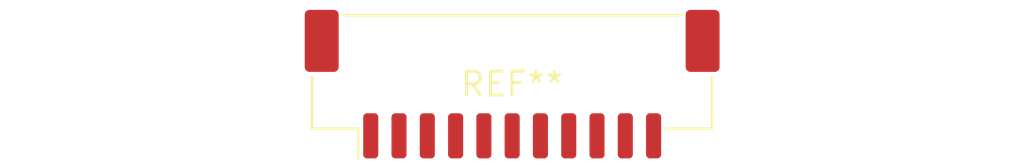
<source format=kicad_pcb>
(kicad_pcb (version 20240108) (generator pcbnew)
  (layers (0 "F.Cu" signal) (31 "B.Cu" signal) (34 "B.Paste" user) (35 "F.Paste" user) (36 "B.SilkS" user "B.Silkscreen") (37 "F.SilkS" user "F.Silkscreen") (38 "B.Mask" user) (39 "F.Mask" user) (44 "Edge.Cuts" user))
  (net 0 "")
  (footprint "JST_ZE_BM11B-ZESS-TBT_1x11-1MP_P1.50mm_Vertical" (layer "F.Cu") (at 0 0)
    (property "Reference" "REF**")
    (property "Value" "JST_ZE_BM11B-ZESS-TBT_1x11-1MP_P1.50mm_Vertical")
    (fp_line (start -10.61 -0.39) (end -10.61 2.36) (layer "F.SilkS") (stroke (width 0.12)))
    (fp_line (start -10.61 2.36) (end -8.16 2.36) (layer "F.SilkS") (stroke (width 0.12)))
    (fp_line (start -8.94 -3.66) (end 8.94 -3.66) (layer "F.SilkS") (stroke (width 0.12)))
    (fp_line (start -8.16 2.36) (end -8.16 3.95) (layer "F.SilkS") (stroke (width 0.12)))
    (fp_line (start 10.61 -0.39) (end 10.61 2.36) (layer "F.SilkS") (stroke (width 0.12)))
    (fp_line (start 10.61 2.36) (end 8.16 2.36) (layer "F.SilkS") (stroke (width 0.12)))
    (pad "1" smd roundrect (at -7.5 2.75) (size 0.8 2.4) (layers "F.Cu" "F.Paste" "F.Mask"))
    (pad "2" smd roundrect (at -6 2.75) (size 0.8 2.4) (layers "F.Cu" "F.Paste" "F.Mask"))
    (pad "3" smd roundrect (at -4.5 2.75) (size 0.8 2.4) (layers "F.Cu" "F.Paste" "F.Mask"))
    (pad "4" smd roundrect (at -3 2.75) (size 0.8 2.4) (layers "F.Cu" "F.Paste" "F.Mask"))
    (pad "5" smd roundrect (at -1.5 2.75) (size 0.8 2.4) (layers "F.Cu" "F.Paste" "F.Mask"))
    (pad "6" smd roundrect (at 0 2.75) (size 0.8 2.4) (layers "F.Cu" "F.Paste" "F.Mask"))
    (pad "7" smd roundrect (at 1.5 2.75) (size 0.8 2.4) (layers "F.Cu" "F.Paste" "F.Mask"))
    (pad "8" smd roundrect (at 3 2.75) (size 0.8 2.4) (layers "F.Cu" "F.Paste" "F.Mask"))
    (pad "9" smd roundrect (at 4.5 2.75) (size 0.8 2.4) (layers "F.Cu" "F.Paste" "F.Mask"))
    (pad "10" smd roundrect (at 6 2.75) (size 0.8 2.4) (layers "F.Cu" "F.Paste" "F.Mask"))
    (pad "11" smd roundrect (at 7.5 2.75) (size 0.8 2.4) (layers "F.Cu" "F.Paste" "F.Mask"))
    (pad "MP" smd roundrect (at -10.1 -2.3) (size 1.8 3.3) (layers "F.Cu" "F.Paste" "F.Mask") (roundrect_rratio 0.138889))
    (pad "MP" smd roundrect (at 10.1 -2.3) (size 1.8 3.3) (layers "F.Cu" "F.Paste" "F.Mask") (roundrect_rratio 0.138889))
  )
)
</source>
